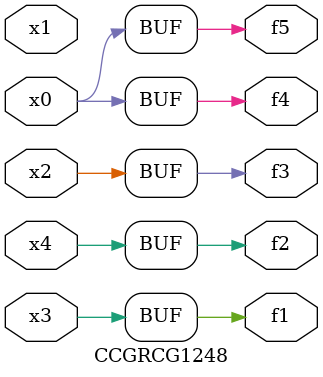
<source format=v>
module CCGRCG1248(
	input x0, x1, x2, x3, x4,
	output f1, f2, f3, f4, f5
);
	assign f1 = x3;
	assign f2 = x4;
	assign f3 = x2;
	assign f4 = x0;
	assign f5 = x0;
endmodule

</source>
